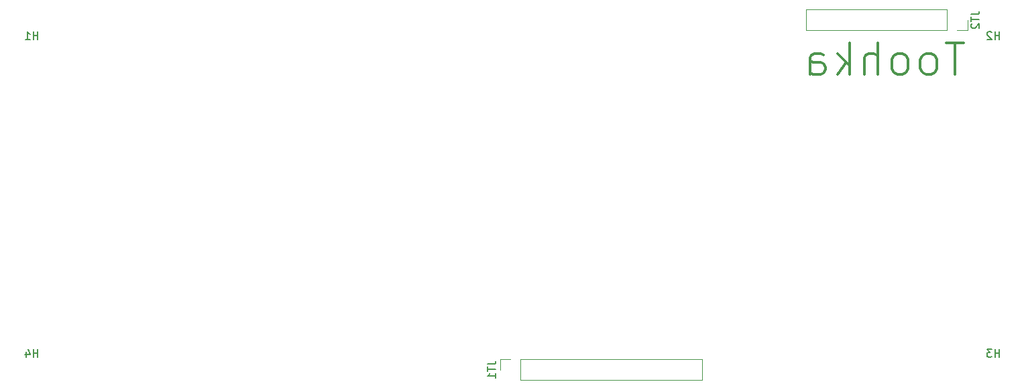
<source format=gbo>
%TF.GenerationSoftware,KiCad,Pcbnew,(6.0.2)*%
%TF.CreationDate,2022-06-24T18:37:41+02:00*%
%TF.ProjectId,divergence_meter_top,64697665-7267-4656-9e63-655f6d657465,rev?*%
%TF.SameCoordinates,Original*%
%TF.FileFunction,Legend,Bot*%
%TF.FilePolarity,Positive*%
%FSLAX46Y46*%
G04 Gerber Fmt 4.6, Leading zero omitted, Abs format (unit mm)*
G04 Created by KiCad (PCBNEW (6.0.2)) date 2022-06-24 18:37:41*
%MOMM*%
%LPD*%
G01*
G04 APERTURE LIST*
%ADD10C,0.300000*%
%ADD11C,0.150000*%
%ADD12C,0.120000*%
%ADD13C,1.524000*%
%ADD14C,0.800000*%
%ADD15C,7.000000*%
%ADD16R,1.700000X1.700000*%
%ADD17O,1.700000X1.700000*%
G04 APERTURE END LIST*
D10*
X189324000Y-89249523D02*
X187038285Y-89249523D01*
X188181142Y-93249523D02*
X188181142Y-89249523D01*
X185133523Y-93249523D02*
X185514476Y-93059047D01*
X185704952Y-92868571D01*
X185895428Y-92487619D01*
X185895428Y-91344761D01*
X185704952Y-90963809D01*
X185514476Y-90773333D01*
X185133523Y-90582857D01*
X184562095Y-90582857D01*
X184181142Y-90773333D01*
X183990666Y-90963809D01*
X183800190Y-91344761D01*
X183800190Y-92487619D01*
X183990666Y-92868571D01*
X184181142Y-93059047D01*
X184562095Y-93249523D01*
X185133523Y-93249523D01*
X181514476Y-93249523D02*
X181895428Y-93059047D01*
X182085904Y-92868571D01*
X182276380Y-92487619D01*
X182276380Y-91344761D01*
X182085904Y-90963809D01*
X181895428Y-90773333D01*
X181514476Y-90582857D01*
X180943047Y-90582857D01*
X180562095Y-90773333D01*
X180371619Y-90963809D01*
X180181142Y-91344761D01*
X180181142Y-92487619D01*
X180371619Y-92868571D01*
X180562095Y-93059047D01*
X180943047Y-93249523D01*
X181514476Y-93249523D01*
X178466857Y-93249523D02*
X178466857Y-89249523D01*
X176752571Y-93249523D02*
X176752571Y-91154285D01*
X176943047Y-90773333D01*
X177324000Y-90582857D01*
X177895428Y-90582857D01*
X178276380Y-90773333D01*
X178466857Y-90963809D01*
X174847809Y-93249523D02*
X174847809Y-89249523D01*
X174466857Y-91725714D02*
X173324000Y-93249523D01*
X173324000Y-90582857D02*
X174847809Y-92106666D01*
X169895428Y-93249523D02*
X169895428Y-91154285D01*
X170085904Y-90773333D01*
X170466857Y-90582857D01*
X171228761Y-90582857D01*
X171609714Y-90773333D01*
X169895428Y-93059047D02*
X170276380Y-93249523D01*
X171228761Y-93249523D01*
X171609714Y-93059047D01*
X171800190Y-92678095D01*
X171800190Y-92297142D01*
X171609714Y-91916190D01*
X171228761Y-91725714D01*
X170276380Y-91725714D01*
X169895428Y-91535238D01*
D11*
%TO.C,H2*%
X193801904Y-88844380D02*
X193801904Y-87844380D01*
X193801904Y-88320571D02*
X193230476Y-88320571D01*
X193230476Y-88844380D02*
X193230476Y-87844380D01*
X192801904Y-87939619D02*
X192754285Y-87892000D01*
X192659047Y-87844380D01*
X192420952Y-87844380D01*
X192325714Y-87892000D01*
X192278095Y-87939619D01*
X192230476Y-88034857D01*
X192230476Y-88130095D01*
X192278095Y-88272952D01*
X192849523Y-88844380D01*
X192230476Y-88844380D01*
%TO.C,H4*%
X72389904Y-128976380D02*
X72389904Y-127976380D01*
X72389904Y-128452571D02*
X71818476Y-128452571D01*
X71818476Y-128976380D02*
X71818476Y-127976380D01*
X70913714Y-128309714D02*
X70913714Y-128976380D01*
X71151809Y-127928761D02*
X71389904Y-128643047D01*
X70770857Y-128643047D01*
%TO.C,H1*%
X72389904Y-88844380D02*
X72389904Y-87844380D01*
X72389904Y-88320571D02*
X71818476Y-88320571D01*
X71818476Y-88844380D02*
X71818476Y-87844380D01*
X70818476Y-88844380D02*
X71389904Y-88844380D01*
X71104190Y-88844380D02*
X71104190Y-87844380D01*
X71199428Y-87987238D01*
X71294666Y-88082476D01*
X71389904Y-88130095D01*
%TO.C,H3*%
X193801904Y-128976380D02*
X193801904Y-127976380D01*
X193801904Y-128452571D02*
X193230476Y-128452571D01*
X193230476Y-128976380D02*
X193230476Y-127976380D01*
X192849523Y-127976380D02*
X192230476Y-127976380D01*
X192563809Y-128357333D01*
X192420952Y-128357333D01*
X192325714Y-128404952D01*
X192278095Y-128452571D01*
X192230476Y-128547809D01*
X192230476Y-128785904D01*
X192278095Y-128881142D01*
X192325714Y-128928761D01*
X192420952Y-128976380D01*
X192706666Y-128976380D01*
X192801904Y-128928761D01*
X192849523Y-128881142D01*
%TO.C,JT1*%
X129202380Y-129841714D02*
X129916666Y-129841714D01*
X130059523Y-129794095D01*
X130154761Y-129698857D01*
X130202380Y-129556000D01*
X130202380Y-129460761D01*
X129202380Y-130175047D02*
X129202380Y-130746476D01*
X130202380Y-130460761D02*
X129202380Y-130460761D01*
X130202380Y-131603619D02*
X130202380Y-131032190D01*
X130202380Y-131317904D02*
X129202380Y-131317904D01*
X129345238Y-131222666D01*
X129440476Y-131127428D01*
X129488095Y-131032190D01*
%TO.C,JT2*%
X190250380Y-85645714D02*
X190964666Y-85645714D01*
X191107523Y-85598095D01*
X191202761Y-85502857D01*
X191250380Y-85360000D01*
X191250380Y-85264761D01*
X190250380Y-85979047D02*
X190250380Y-86550476D01*
X191250380Y-86264761D02*
X190250380Y-86264761D01*
X190345619Y-86836190D02*
X190298000Y-86883809D01*
X190250380Y-86979047D01*
X190250380Y-87217142D01*
X190298000Y-87312380D01*
X190345619Y-87360000D01*
X190440857Y-87407619D01*
X190536095Y-87407619D01*
X190678952Y-87360000D01*
X191250380Y-86788571D01*
X191250380Y-87407619D01*
D12*
%TO.C,JT1*%
X130750000Y-129226000D02*
X130750000Y-130556000D01*
X133350000Y-131886000D02*
X156270000Y-131886000D01*
X156270000Y-129226000D02*
X156270000Y-131886000D01*
X133350000Y-129226000D02*
X156270000Y-129226000D01*
X132080000Y-129226000D02*
X130750000Y-129226000D01*
X133350000Y-129226000D02*
X133350000Y-131886000D01*
%TO.C,JT2*%
X187198000Y-87690000D02*
X187198000Y-85030000D01*
X187198000Y-85030000D02*
X169358000Y-85030000D01*
X187198000Y-87690000D02*
X169358000Y-87690000D01*
X169358000Y-87690000D02*
X169358000Y-85030000D01*
X189798000Y-87690000D02*
X189798000Y-86360000D01*
X188468000Y-87690000D02*
X189798000Y-87690000D01*
%TD*%
%LPC*%
D13*
%TO.C,itr8*%
X187452000Y-106680000D03*
X185928000Y-105156000D03*
X183896000Y-104648000D03*
X181864000Y-105156000D03*
X180340000Y-106680000D03*
X179832000Y-108712000D03*
X180340000Y-110744000D03*
X181864000Y-112268000D03*
X183896000Y-112776000D03*
X185928000Y-112268000D03*
X187452000Y-110744000D03*
%TD*%
%TO.C,itr7*%
X172720000Y-106680000D03*
X171196000Y-105156000D03*
X169164000Y-104648000D03*
X167132000Y-105156000D03*
X165608000Y-106680000D03*
X165100000Y-108712000D03*
X165608000Y-110744000D03*
X167132000Y-112268000D03*
X169164000Y-112776000D03*
X171196000Y-112268000D03*
X172720000Y-110744000D03*
%TD*%
%TO.C,itr6*%
X157988000Y-106680000D03*
X156464000Y-105156000D03*
X154432000Y-104648000D03*
X152400000Y-105156000D03*
X150876000Y-106680000D03*
X150368000Y-108712000D03*
X150876000Y-110744000D03*
X152400000Y-112268000D03*
X154432000Y-112776000D03*
X156464000Y-112268000D03*
X157988000Y-110744000D03*
%TD*%
%TO.C,itr5*%
X143256000Y-106680000D03*
X141732000Y-105156000D03*
X139700000Y-104648000D03*
X137668000Y-105156000D03*
X136144000Y-106680000D03*
X135636000Y-108712000D03*
X136144000Y-110744000D03*
X137668000Y-112268000D03*
X139700000Y-112776000D03*
X141732000Y-112268000D03*
X143256000Y-110744000D03*
%TD*%
%TO.C,itr4*%
X128524000Y-106680000D03*
X127000000Y-105156000D03*
X124968000Y-104648000D03*
X122936000Y-105156000D03*
X121412000Y-106680000D03*
X120904000Y-108712000D03*
X121412000Y-110744000D03*
X122936000Y-112268000D03*
X124968000Y-112776000D03*
X127000000Y-112268000D03*
X128524000Y-110744000D03*
%TD*%
%TO.C,itr3*%
X113792000Y-106680000D03*
X112268000Y-105156000D03*
X110236000Y-104648000D03*
X108204000Y-105156000D03*
X106680000Y-106680000D03*
X106172000Y-108712000D03*
X106680000Y-110744000D03*
X108204000Y-112268000D03*
X110236000Y-112776000D03*
X112268000Y-112268000D03*
X113792000Y-110744000D03*
%TD*%
%TO.C,itr2*%
X99060000Y-106680000D03*
X97536000Y-105156000D03*
X95504000Y-104648000D03*
X93472000Y-105156000D03*
X91948000Y-106680000D03*
X91440000Y-108712000D03*
X91948000Y-110744000D03*
X93472000Y-112268000D03*
X95504000Y-112776000D03*
X97536000Y-112268000D03*
X99060000Y-110744000D03*
%TD*%
%TO.C,itr1*%
X84328000Y-106680000D03*
X82804000Y-105156000D03*
X80772000Y-104648000D03*
X78740000Y-105156000D03*
X77216000Y-106680000D03*
X76708000Y-108712000D03*
X77216000Y-110744000D03*
X78740000Y-112268000D03*
X80772000Y-112776000D03*
X82804000Y-112268000D03*
X84328000Y-110744000D03*
%TD*%
D14*
%TO.C,H2*%
X193971000Y-84836000D03*
X196596000Y-87461000D03*
X199221000Y-84836000D03*
X198452155Y-86692155D03*
X194739845Y-82979845D03*
X194739845Y-86692155D03*
D15*
X196596000Y-84836000D03*
D14*
X196596000Y-82211000D03*
X198452155Y-82979845D03*
%TD*%
%TO.C,H4*%
X69928155Y-130223845D03*
X70697000Y-132080000D03*
X65447000Y-132080000D03*
X66215845Y-133936155D03*
D15*
X68072000Y-132080000D03*
D14*
X66215845Y-130223845D03*
X68072000Y-134705000D03*
X69928155Y-133936155D03*
X68072000Y-129455000D03*
%TD*%
D15*
%TO.C,H1*%
X68072000Y-84836000D03*
D14*
X66215845Y-86692155D03*
X66215845Y-82979845D03*
X69928155Y-86692155D03*
X65447000Y-84836000D03*
X68072000Y-87461000D03*
X68072000Y-82211000D03*
X69928155Y-82979845D03*
X70697000Y-84836000D03*
%TD*%
%TO.C,H3*%
X198452155Y-133936155D03*
X194739845Y-130223845D03*
X194739845Y-133936155D03*
X199221000Y-132080000D03*
X196596000Y-129455000D03*
X198452155Y-130223845D03*
D15*
X196596000Y-132080000D03*
D14*
X196596000Y-134705000D03*
X193971000Y-132080000D03*
%TD*%
D16*
%TO.C,JT1*%
X132080000Y-130556000D03*
D17*
X134620000Y-130556000D03*
X137160000Y-130556000D03*
X139700000Y-130556000D03*
X142240000Y-130556000D03*
X144780000Y-130556000D03*
X147320000Y-130556000D03*
X149860000Y-130556000D03*
X152400000Y-130556000D03*
X154940000Y-130556000D03*
%TD*%
D16*
%TO.C,JT2*%
X188468000Y-86360000D03*
D17*
X185928000Y-86360000D03*
X183388000Y-86360000D03*
X180848000Y-86360000D03*
X178308000Y-86360000D03*
X175768000Y-86360000D03*
X173228000Y-86360000D03*
X170688000Y-86360000D03*
%TD*%
M02*

</source>
